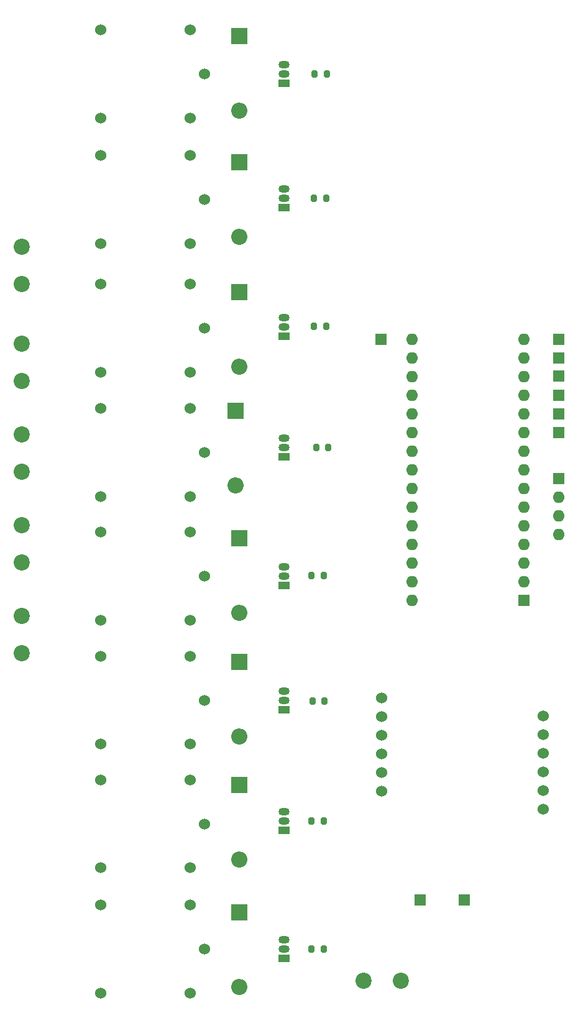
<source format=gbr>
%TF.GenerationSoftware,KiCad,Pcbnew,7.0.5*%
%TF.CreationDate,2024-04-02T13:29:21+05:30*%
%TF.ProjectId,RPFC_V0A,52504643-5f56-4304-912e-6b696361645f,rev?*%
%TF.SameCoordinates,Original*%
%TF.FileFunction,Soldermask,Top*%
%TF.FilePolarity,Negative*%
%FSLAX46Y46*%
G04 Gerber Fmt 4.6, Leading zero omitted, Abs format (unit mm)*
G04 Created by KiCad (PCBNEW 7.0.5) date 2024-04-02 13:29:21*
%MOMM*%
%LPD*%
G01*
G04 APERTURE LIST*
G04 Aperture macros list*
%AMRoundRect*
0 Rectangle with rounded corners*
0 $1 Rounding radius*
0 $2 $3 $4 $5 $6 $7 $8 $9 X,Y pos of 4 corners*
0 Add a 4 corners polygon primitive as box body*
4,1,4,$2,$3,$4,$5,$6,$7,$8,$9,$2,$3,0*
0 Add four circle primitives for the rounded corners*
1,1,$1+$1,$2,$3*
1,1,$1+$1,$4,$5*
1,1,$1+$1,$6,$7*
1,1,$1+$1,$8,$9*
0 Add four rect primitives between the rounded corners*
20,1,$1+$1,$2,$3,$4,$5,0*
20,1,$1+$1,$4,$5,$6,$7,0*
20,1,$1+$1,$6,$7,$8,$9,0*
20,1,$1+$1,$8,$9,$2,$3,0*%
G04 Aperture macros list end*
%ADD10R,1.600000X1.600000*%
%ADD11R,2.200000X2.200000*%
%ADD12O,2.200000X2.200000*%
%ADD13C,2.200000*%
%ADD14R,1.500000X1.050000*%
%ADD15O,1.500000X1.050000*%
%ADD16C,1.524000*%
%ADD17RoundRect,0.200000X0.200000X0.275000X-0.200000X0.275000X-0.200000X-0.275000X0.200000X-0.275000X0*%
%ADD18O,1.600000X1.600000*%
G04 APERTURE END LIST*
D10*
%TO.C,H10*%
X80000000Y-150000000D03*
%TD*%
%TO.C,H9*%
X86000000Y-150000000D03*
%TD*%
D11*
%TO.C,D8*%
X55300000Y-151730000D03*
D12*
X55300000Y-161890000D03*
%TD*%
D11*
%TO.C,D1*%
X55300000Y-32320000D03*
D12*
X55300000Y-42480000D03*
%TD*%
D13*
%TO.C,TB5*%
X25700000Y-98960000D03*
X25700000Y-104040000D03*
%TD*%
D12*
%TO.C,D3*%
X55300000Y-77380000D03*
D11*
X55300000Y-67220000D03*
%TD*%
D10*
%TO.C,H8*%
X98825000Y-76170000D03*
%TD*%
D14*
%TO.C,Q4*%
X61400000Y-73200000D03*
D15*
X61400000Y-71930000D03*
X61400000Y-70660000D03*
%TD*%
D16*
%TO.C,SW4*%
X50600000Y-89040000D03*
X48600000Y-83040000D03*
X48600000Y-95040000D03*
X36400000Y-95040000D03*
X36400000Y-83040000D03*
%TD*%
%TO.C,SW7*%
X50600000Y-139650000D03*
X48600000Y-133650000D03*
X48600000Y-145650000D03*
X36400000Y-145650000D03*
X36400000Y-133650000D03*
%TD*%
D14*
%TO.C,Q6*%
X61400000Y-107140000D03*
D15*
X61400000Y-105870000D03*
X61400000Y-104600000D03*
%TD*%
D17*
%TO.C,R2*%
X67150000Y-54400000D03*
X65500000Y-54400000D03*
%TD*%
D14*
%TO.C,Q3*%
X61400000Y-55740000D03*
D15*
X61400000Y-54470000D03*
X61400000Y-53200000D03*
%TD*%
D14*
%TO.C,Q1*%
X61400000Y-38770000D03*
D15*
X61400000Y-37500000D03*
X61400000Y-36230000D03*
%TD*%
D16*
%TO.C,SW6*%
X50600000Y-122800000D03*
X48600000Y-116800000D03*
X48600000Y-128800000D03*
X36400000Y-128800000D03*
X36400000Y-116800000D03*
%TD*%
%TO.C,SW8*%
X50600000Y-156700000D03*
X48600000Y-150700000D03*
X48600000Y-162700000D03*
X36400000Y-162700000D03*
X36400000Y-150700000D03*
%TD*%
D17*
%TO.C,R1*%
X67250000Y-37500000D03*
X65600000Y-37500000D03*
%TD*%
D16*
%TO.C,SW2*%
X50600000Y-54590000D03*
X48600000Y-48590000D03*
X48600000Y-60590000D03*
X36400000Y-60590000D03*
X36400000Y-48590000D03*
%TD*%
D17*
%TO.C,R5*%
X66825000Y-105850000D03*
X65175000Y-105850000D03*
%TD*%
D11*
%TO.C,D4*%
X54850000Y-83360000D03*
D12*
X54850000Y-93520000D03*
%TD*%
D17*
%TO.C,R3*%
X67150000Y-71900000D03*
X65500000Y-71900000D03*
%TD*%
%TO.C,R6*%
X66925000Y-122900000D03*
X65275000Y-122900000D03*
%TD*%
D13*
%TO.C,TB4*%
X25700000Y-86600000D03*
X25700000Y-91680000D03*
%TD*%
D16*
%TO.C,SW3*%
X36400000Y-66130000D03*
X36400000Y-78130000D03*
X48600000Y-78130000D03*
X48600000Y-66130000D03*
X50600000Y-72130000D03*
%TD*%
%TO.C,SW5*%
X50600000Y-105900000D03*
X48600000Y-99900000D03*
X48600000Y-111900000D03*
X36400000Y-111900000D03*
X36400000Y-99900000D03*
%TD*%
D10*
%TO.C,H7*%
X98825000Y-73630000D03*
%TD*%
%TO.C,A1*%
X94115000Y-109170000D03*
D18*
X94115000Y-106630000D03*
X94115000Y-104090000D03*
X94115000Y-101550000D03*
X94115000Y-99010000D03*
X94115000Y-96470000D03*
X94115000Y-93930000D03*
X94115000Y-91390000D03*
X94115000Y-88850000D03*
X94115000Y-86310000D03*
X94115000Y-83770000D03*
X94115000Y-81230000D03*
X94115000Y-78690000D03*
X94115000Y-76150000D03*
X94115000Y-73610000D03*
X78875000Y-73610000D03*
X78875000Y-76150000D03*
X78875000Y-78690000D03*
X78875000Y-81230000D03*
X78875000Y-83770000D03*
X78875000Y-86310000D03*
X78875000Y-88850000D03*
X78875000Y-91390000D03*
X78875000Y-93930000D03*
X78875000Y-96470000D03*
X78875000Y-99010000D03*
X78875000Y-101550000D03*
X78875000Y-104090000D03*
X78875000Y-106630000D03*
X78875000Y-109170000D03*
%TD*%
D10*
%TO.C,H6*%
X74615000Y-73610000D03*
%TD*%
D14*
%TO.C,Q2*%
X61400000Y-124140000D03*
D15*
X61400000Y-122870000D03*
X61400000Y-121600000D03*
%TD*%
D17*
%TO.C,R4*%
X65800000Y-88400000D03*
X67450000Y-88400000D03*
%TD*%
D13*
%TO.C,TB3*%
X25700000Y-74220000D03*
X25700000Y-79300000D03*
%TD*%
D17*
%TO.C,R7*%
X66825000Y-139300000D03*
X65175000Y-139300000D03*
%TD*%
D14*
%TO.C,Q8*%
X61400000Y-158000000D03*
D15*
X61400000Y-156730000D03*
X61400000Y-155460000D03*
%TD*%
D17*
%TO.C,R8*%
X66825000Y-156700000D03*
X65175000Y-156700000D03*
%TD*%
D13*
%TO.C,TB2*%
X25700000Y-61060000D03*
X25700000Y-66140000D03*
%TD*%
D16*
%TO.C,SW1*%
X50600000Y-37500000D03*
X48600000Y-31500000D03*
X48600000Y-43500000D03*
X36400000Y-43500000D03*
X36400000Y-31500000D03*
%TD*%
D10*
%TO.C,H3*%
X98825000Y-83790000D03*
%TD*%
D16*
%TO.C,U1*%
X74730000Y-122490000D03*
X74730000Y-125030000D03*
X74730000Y-127570000D03*
X74730000Y-130110000D03*
X74730000Y-132650000D03*
X74730000Y-135190000D03*
X96730000Y-137690000D03*
X96730000Y-135150000D03*
X96730000Y-132610000D03*
X96730000Y-130070000D03*
X96730000Y-127530000D03*
X96730000Y-124990000D03*
%TD*%
D10*
%TO.C,H5*%
X98825000Y-78670000D03*
%TD*%
D11*
%TO.C,D7*%
X55300000Y-134320000D03*
D12*
X55300000Y-144480000D03*
%TD*%
D13*
%TO.C,TB6*%
X25700000Y-111360000D03*
X25700000Y-116440000D03*
%TD*%
D14*
%TO.C,Q5*%
X61400000Y-89670000D03*
D15*
X61400000Y-88400000D03*
X61400000Y-87130000D03*
%TD*%
D10*
%TO.C,H2*%
X98825000Y-81250000D03*
%TD*%
D11*
%TO.C,D6*%
X55300000Y-117600000D03*
D12*
X55300000Y-127760000D03*
%TD*%
D11*
%TO.C,D2*%
X55300000Y-49510000D03*
D12*
X55300000Y-59670000D03*
%TD*%
D13*
%TO.C,TB1*%
X72220000Y-160985000D03*
X77300000Y-160985000D03*
%TD*%
D11*
%TO.C,D5*%
X55300000Y-100720000D03*
D12*
X55300000Y-110880000D03*
%TD*%
D10*
%TO.C,H1*%
X98825000Y-92640000D03*
D18*
X98825000Y-95180000D03*
X98825000Y-97720000D03*
X98825000Y-100260000D03*
%TD*%
D10*
%TO.C,H4*%
X98825000Y-86330000D03*
%TD*%
D14*
%TO.C,Q7*%
X61440000Y-140570000D03*
D15*
X61440000Y-139300000D03*
X61440000Y-138030000D03*
%TD*%
M02*

</source>
